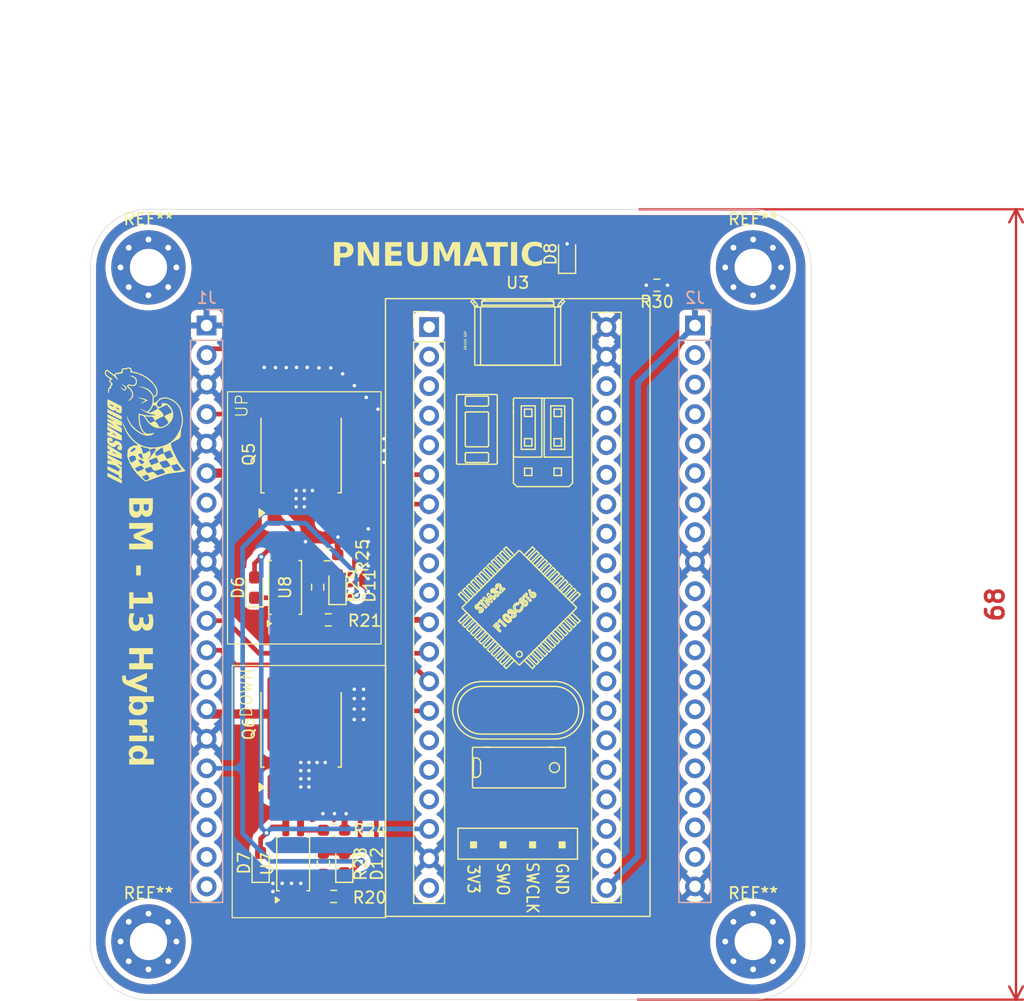
<source format=kicad_pcb>
(kicad_pcb (version 20241229) (generator "pcbnew") (generator_version "9.0")
  (layers (0 "F.Cu" signal) (2 "B.Cu" signal) (13 "F.Paste" user) (15 "B.Paste" user) (5 "F.SilkS" user "F.Silkscreen") (7 "B.SilkS" user "B.Silkscreen") (1 "F.Mask" user) (3 "B.Mask" user) (25 "Edge.Cuts" user))
  (net 0 "")
  (net 1 "Net-(D6-K)")
  (net 2 "+5VA")
  (net 3 "Net-(D7-K)")
  (net 4 "+12V")
  (net 5 "/Pneumatic_UP")
  (net 6 "/Pneumatic_DOWN")
  (net 7 "Net-(D8-A)")
  (net 8 "Net-(Q5-G)")
  (net 9 "GND")
  (net 10 "Net-(Q6-G)")
  (net 11 "/DOWNSHIFT")
  (net 12 "Net-(R20-Pad2)")
  (net 13 "/UPSHIFT")
  (net 14 "Net-(R21-Pad2)")
  (net 21 "/TX")
  (net 33 "/UP")
  (net 34 "+5V")
  (net 42 "/Down")
  (net 43 "/RX")
  (footprint "Resistor_SMD:R_0603_1608Metric_Pad0.98x0.95mm_HandSolder" (layer "F.Cu") (at 134.7235 65.532 180)
    (property "Reference" "R30" (at 0 -1.43 0) (layer "F.SilkS"))
    (property "Value" "1K")
    (pad "1" smd roundrect (at -0.9125 0 180) (size 0.975 0.95) (layers "F.Cu" "F.Mask" "F.Paste") (net 34 "+5V"))
    (pad "2" smd roundrect (at 0.9125 0 180) (size 0.975 0.95) (layers "F.Cu" "F.Mask" "F.Paste") (net 7 "Net-(D8-A)"))
  )
  (footprint "Resistor_SMD:R_0603_1608Metric_Pad0.98x0.95mm_HandSolder" (layer "F.Cu") (at 106.9325 118.125 180)
    (property "Reference" "R20" (at -3.0875 -0.1 0) (layer "F.SilkS"))
    (property "Value" "330")
    (pad "1" smd roundrect (at -0.9125 0 180) (size 0.975 0.95) (layers "F.Cu" "F.Mask" "F.Paste") (net 11 "/DOWNSHIFT"))
    (pad "2" smd roundrect (at 0.9125 0 180) (size 0.975 0.95) (layers "F.Cu" "F.Mask" "F.Paste") (net 12 "Net-(R20-Pad2)"))
  )
  (footprint "MountingHole:MountingHole_3.2mm_M3_Pad_Via" (layer "F.Cu") (at 143 64)
    (property "Reference" "REF**" (at 0 -4.15 0) (layer "F.SilkS"))
    (property "Value" "MountingHole_3.2mm_M3_Pad_Via")
    (pad "1" thru_hole circle (at -2.4 0) (size 0.8 0.8) (drill 0.5) (layers "*.Cu" "*.Mask"))
    (pad "1" thru_hole circle (at -1.697056 -1.697056) (size 0.8 0.8) (drill 0.5) (layers "*.Cu" "*.Mask"))
    (pad "1" thru_hole circle (at -1.697056 1.697056) (size 0.8 0.8) (drill 0.5) (layers "*.Cu" "*.Mask"))
    (pad "1" thru_hole circle (at 0 -2.4) (size 0.8 0.8) (drill 0.5) (layers "*.Cu" "*.Mask"))
    (pad "1" thru_hole circle (at 0 0) (size 6.4 6.4) (drill 3.2) (layers "*.Cu" "*.Mask"))
    (pad "1" thru_hole circle (at 0 2.4) (size 0.8 0.8) (drill 0.5) (layers "*.Cu" "*.Mask"))
    (pad "1" thru_hole circle (at 1.697056 -1.697056) (size 0.8 0.8) (drill 0.5) (layers "*.Cu" "*.Mask"))
    (pad "1" thru_hole circle (at 1.697056 1.697056) (size 0.8 0.8) (drill 0.5) (layers "*.Cu" "*.Mask"))
    (pad "1" thru_hole circle (at 2.4 0) (size 0.8 0.8) (drill 0.5) (layers "*.Cu" "*.Mask"))
  )
  (footprint "MountingHole:MountingHole_3.2mm_M3_Pad_Via" (layer "F.Cu") (at 143 122)
    (property "Reference" "REF**" (at 0 -4.15 0) (layer "F.SilkS"))
    (property "Value" "MountingHole_3.2mm_M3_Pad_Via")
    (pad "1" thru_hole circle (at -2.4 0) (size 0.8 0.8) (drill 0.5) (layers "*.Cu" "*.Mask"))
    (pad "1" thru_hole circle (at -1.697056 -1.697056) (size 0.8 0.8) (drill 0.5) (layers "*.Cu" "*.Mask"))
    (pad "1" thru_hole circle (at -1.697056 1.697056) (size 0.8 0.8) (drill 0.5) (layers "*.Cu" "*.Mask"))
    (pad "1" thru_hole circle (at 0 -2.4) (size 0.8 0.8) (drill 0.5) (layers "*.Cu" "*.Mask"))
    (pad "1" thru_hole circle (at 0 0) (size 6.4 6.4) (drill 3.2) (layers "*.Cu" "*.Mask"))
    (pad "1" thru_hole circle (at 0 2.4) (size 0.8 0.8) (drill 0.5) (layers "*.Cu" "*.Mask"))
    (pad "1" thru_hole circle (at 1.697056 -1.697056) (size 0.8 0.8) (drill 0.5) (layers "*.Cu" "*.Mask"))
    (pad "1" thru_hole circle (at 1.697056 1.697056) (size 0.8 0.8) (drill 0.5) (layers "*.Cu" "*.Mask"))
    (pad "1" thru_hole circle (at 2.4 0) (size 0.8 0.8) (drill 0.5) (layers "*.Cu" "*.Mask"))
  )
  (footprint "STM32:YAAJ_BluePill_1" (layer "F.Cu") (at 115.1375 69.1325)
    (property "Reference" "U3" (at 7.62 -3.81 0) (layer "F.SilkS"))
    (property "Value" "YAAJ_BluePill_SWD_Breakout" (hide yes))
    (fp_text user "SWCLK" (at 8.89 48.26 270) (layer "F.SilkS") (effects (font (size 1 0.9))))
    (fp_text user "GND" (at 11.43 47.498 270) (layer "F.SilkS") (effects (font (size 1 0.9))))
    (fp_text user "SWO" (at 6.35 47.498 270) (layer "F.SilkS") (effects (font (size 1 0.9))))
    (fp_text user "3V3" (at 3.81 47.498 270) (layer "F.SilkS") (effects (font (size 1 0.9))))
    (pad "1" thru_hole rect (at 0 0) (size 1.7 1.7) (drill 1) (layers "*.Cu" "*.Mask"))
    (pad "2" thru_hole circle (at 0 2.54) (size 1.7 1.7) (drill 1) (layers "*.Cu" "*.Mask"))
    (pad "3" thru_hole circle (at 0 5.08) (size 1.7 1.7) (drill 1) (layers "*.Cu" "*.Mask"))
    (pad "4" thru_hole circle (at 0 7.62) (size 1.7 1.7) (drill 1) (layers "*.Cu" "*.Mask"))
    (pad "5" thru_hole circle (at 0 10.16) (size 1.7 1.7) (drill 1) (layers "*.Cu" "*.Mask"))
    (pad "6" thru_hole circle (at 0 12.7) (size 1.7 1.7) (drill 1) (layers "*.Cu" "*.Mask") (net 21 "/TX"))
    (pad "7" thru_hole circle (at 0 15.24) (size 1.7 1.7) (drill 1) (layers "*.Cu" "*.Mask") (net 43 "/RX"))
    (pad "8" thru_hole circle (at 0 17.78) (size 1.7 1.7) (drill 1) (layers "*.Cu" "*.Mask"))
    (pad "9" thru_hole circle (at 0 20.32) (size 1.7 1.7) (drill 1) (layers "*.Cu" "*.Mask"))
    (pad "10" thru_hole circle (at 0 22.86) (size 1.7 1.7) (drill 1) (layers "*.Cu" "*.Mask"))
    (pad "11" thru_hole circle (at 0 25.4) (size 1.7 1.7) (drill 1) (layers "*.Cu" "*.Mask") (net 13 "/UPSHIFT"))
    (pad "12" thru_hole circle (at 0 27.94) (size 1.7 1.7) (drill 1) (layers "*.Cu" "*.Mask") (net 33 "/UP"))
    (pad "13" thru_hole circle (at 0 30.48) (size 1.7 1.7) (drill 1) (layers "*.Cu" "*.Mask") (net 42 "/Down"))
    (pad "14" thru_hole circle (at 0 33.02) (size 1.7 1.7) (drill 1) (layers "*.Cu" "*.Mask") (net 11 "/DOWNSHIFT"))
    (pad "15" thru_hole circle (at 0 35.56) (size 1.7 1.7) (drill 1) (layers "*.Cu" "*.Mask"))
    (pad "16" thru_hole circle (at 0 38.1) (size 1.7 1.7) (drill 1) (layers "*.Cu" "*.Mask"))
    (pad "17" thru_hole circle (at 0 40.64) (size 1.7 1.7) (drill 1) (layers "*.Cu" "*.Mask"))
    (pad "18" thru_hole circle (at 0 43.18) (size 1.7 1.7) (drill 1) (layers "*.Cu" "*.Mask") (net 2 "+5VA"))
    (pad "19" thru_hole circle (at 0 45.72) (size 1.7 1.7) (drill 1) (layers "*.Cu" "*.Mask") (net 9 "GND"))
    (pad "20" thru_hole circle (at 0 48.26) (size 1.7 1.7) (drill 1) (layers "*.Cu" "*.Mask"))
    (pad "21" thru_hole circle (at 15.24 48.26) (size 1.7 1.7) (drill 1) (layers "*.Cu" "*.Mask") (net 34 "+5V"))
    (pad "22" thru_hole circle (at 15.24 45.72) (size 1.7 1.7) (drill 1) (layers "*.Cu" "*.Mask"))
    (pad "23" thru_hole circle (at 15.24 43.18) (size 1.7 1.7) (drill 1) (layers "*.Cu" "*.Mask"))
    (pad "24" thru_hole circle (at 15.24 40.64) (size 1.7 1.7) (drill 1) (layers "*.Cu" "*.Mask"))
    (pad "25" thru_hole circle (at 15.24 38.1) (size 1.7 1.7) (drill 1) (layers "*.Cu" "*.Mask"))
    (pad "26" thru_hole circle (at 15.24 35.56) (size 1.7 1.7) (drill 1) (layers "*.Cu" "*.Mask"))
    (pad "27" thru_hole circle (at 15.24 33.02) (size 1.7 1.7) (drill 1) (layers "*.Cu" "*.Mask"))
    (pad "28" thru_hole circle (at 15.24 30.48) (size 1.7 1.7) (drill 1) (layers "*.Cu" "*.Mask"))
    (pad "29" thru_hole circle (at 15.24 27.94) (size 1.7 1.7) (drill 1) (layers "*.Cu" "*.Mask"))
    (pad "30" thru_hole circle (at 15.24 25.4) (size 1.7 1.7) (drill 1) (layers "*.Cu" "*.Mask"))
    (pad "31" thru_hole circle (at 15.24 22.86) (size 1.7 1.7) (drill 1) (layers "*.Cu" "*.Mask"))
    (pad "32" thru_hole circle (at 15.24 20.32) (size 1.7 1.7) (drill 1) (layers "*.Cu" "*.Mask"))
    (pad "33" thru_hole circle (at 15.24 17.78) (size 1.7 1.7) (drill 1) (layers "*.Cu" "*.Mask"))
    (pad "34" thru_hole circle (at 15.24 15.24) (size 1.7 1.7) (drill 1) (layers "*.Cu" "*.Mask"))
    (pad "35" thru_hole circle (at 15.24 12.7) (size 1.7 1.7) (drill 1) (layers "*.Cu" "*.Mask"))
    (pad "36" thru_hole circle (at 15.24 10.16) (size 1.7 1.7) (drill 1) (layers "*.Cu" "*.Mask"))
    (pad "37" thru_hole circle (at 15.24 7.62) (size 1.7 1.7) (drill 1) (layers "*.Cu" "*.Mask"))
    (pad "38" thru_hole circle (at 15.24 5.08) (size 1.7 1.7) (drill 1) (layers "*.Cu" "*.Mask"))
    (pad "39" thru_hole circle (at 15.24 2.54) (size 1.7 1.7) (drill 1) (layers "*.Cu" "*.Mask") (net 9 "GND"))
    (pad "40" thru_hole circle (at 15.24 0) (size 1.7 1.7) (drill 1) (layers "*.Cu" "*.Mask") (net 9 "GND"))
  )
  (footprint "Package_SO:SOP-4_4.4x2.6mm_P1.27mm" (layer "F.Cu") (at 103.445 115.325 90)
    (property "Reference" "U7" (at 0 -2.25 90) (layer "F.SilkS"))
    (property "Value" "TCMT1103")
    (pad "1" smd roundrect (at -3.1875 -0.635 90) (size 1.625 0.6) (layers "F.Cu" "F.Mask" "F.Paste") (net 12 "Net-(R20-Pad2)"))
    (pad "2" smd roundrect (at -3.1875 0.635 90) (size 1.625 0.6) (layers "F.Cu" "F.Mask" "F.Paste") (net 9 "GND"))
    (pad "3" smd roundrect (at 3.1875 0.635 90) (size 1.625 0.6) (layers "F.Cu" "F.Mask" "F.Paste") (net 10 "Net-(Q6-G)"))
    (pad "4" smd roundrect (at 3.1875 -0.635 90) (size 1.625 0.6) (layers "F.Cu" "F.Mask" "F.Paste") (net 2 "+5VA"))
  )
  (footprint "Package_TO_SOT_SMD:TO-252-2" (layer "F.Cu") (at 104.125 80.085 90)
    (property "Reference" "Q5" (at 0 -4.5 90) (layer "F.SilkS"))
    (property "Value" "DMTH6004SK3")
    (pad "1" smd roundrect (at -5.04 -2.28 90) (size 2.2 1.2) (layers "F.Cu" "F.Mask" "F.Paste") (roundrect_rratio 0.208333) (net 8 "Net-(Q5-G)"))
    (pad "2" smd roundrect (at 1.26 0 90) (size 6.4 5.8) (layers "F.Cu" "F.Mask") (roundrect_rratio 0.043103) (net 5 "/Pneumatic_UP"))
    (pad "3" smd roundrect (at -5.04 2.28 90) (size 2.2 1.2) (layers "F.Cu" "F.Mask" "F.Paste") (roundrect_rratio 0.208333) (net 9 "GND"))
  )
  (footprint "Bimasakti:aaaaaaaa" (layer "F.Cu") (at 90.7 77.6 -90)
    (property "Reference" "G***" (hide yes))
    (property "Value" "LOGO" (hide yes))
  )
  (footprint "Diode_SMD:D_0603_1608Metric_Pad1.05x0.95mm_HandSolder" (layer "F.Cu") (at 107.845 115.25 90)
    (property "Reference" "D12" (at -0.075 2.8 90) (layer "F.SilkS"))
    (property "Value" "D")
    (pad "1" smd roundrect (at -0.875 0 90) (size 1.05 0.95) (layers "F.Cu" "F.Mask" "F.Paste") (net 4 "+12V"))
    (pad "2" smd roundrect (at 0.875 0 90) (size 1.05 0.95) (layers "F.Cu" "F.Mask" "F.Paste") (net 6 "/Pneumatic_DOWN"))
  )
  (footprint "Diode_SMD:D_0603_1608Metric_Pad1.05x0.95mm_HandSolder" (layer "F.Cu") (at 107.2525 91.35 90)
    (property "Reference" "D11" (at -0.05 2.7475 90) (layer "F.SilkS"))
    (property "Value" "D")
    (pad "1" smd roundrect (at -0.875 0 90) (size 1.05 0.95) (layers "F.Cu" "F.Mask" "F.Paste") (net 4 "+12V"))
    (pad "2" smd roundrect (at 0.875 0 90) (size 1.05 0.95) (layers "F.Cu" "F.Mask" "F.Paste") (net 5 "/Pneumatic_UP"))
  )
  (footprint "MountingHole:MountingHole_3.2mm_M3_Pad_Via" (layer "F.Cu") (at 91 122)
    (property "Reference" "REF**" (at 0 -4.15 0) (layer "F.SilkS"))
    (property "Value" "MountingHole_3.2mm_M3_Pad_Via")
    (pad "1" thru_hole circle (at -2.4 0) (size 0.8 0.8) (drill 0.5) (layers "*.Cu" "*.Mask"))
    (pad "1" thru_hole circle (at -1.697056 -1.697056) (size 0.8 0.8) (drill 0.5) (layers "*.Cu" "*.Mask"))
    (pad "1" thru_hole circle (at -1.697056 1.697056) (size 0.8 0.8) (drill 0.5) (layers "*.Cu" "*.Mask"))
    (pad "1" thru_hole circle (at 0 -2.4) (size 0.8 0.8) (drill 0.5) (layers "*.Cu" "*.Mask"))
    (pad "1" thru_hole circle (at 0 0) (size 6.4 6.4) (drill 3.2) (layers "*.Cu" "*.Mask"))
    (pad "1" thru_hole circle (at 0 2.4) (size 0.8 0.8) (drill 0.5) (layers "*.Cu" "*.Mask"))
    (pad "1" thru_hole circle (at 1.697056 -1.697056) (size 0.8 0.8) (drill 0.5) (layers "*.Cu" "*.Mask"))
    (pad "1" thru_hole circle (at 1.697056 1.697056) (size 0.8 0.8) (drill 0.5) (layers "*.Cu" "*.Mask"))
    (pad "1" thru_hole circle (at 2.4 0) (size 0.8 0.8) (drill 0.5) (layers "*.Cu" "*.Mask"))
  )
  (footprint "Resistor_SMD:R_0603_1608Metric_Pad0.98x0.95mm_HandSolder" (layer "F.Cu") (at 106.045 115.3125 90)
    (property "Reference" "R28" (at -0.0125 3.2 90) (layer "F.SilkS"))
    (property "Value" "1K")
    (pad "1" smd roundrect (at -0.9125 0 90) (size 0.975 0.95) (layers "F.Cu" "F.Mask" "F.Paste") (net 3 "Net-(D7-K)"))
    (pad "2" smd roundrect (at 0.9125 0 90) (size 0.975 0.95) (layers "F.Cu" "F.Mask" "F.Paste") (net 6 "/Pneumatic_DOWN"))
  )
  (footprint "Package_TO_SOT_SMD:TO-252-2" (layer "F.Cu") (at 104.125 103.685 90)
    (property "Reference" "Q6" (at 0 -4.5 90) (layer "F.SilkS"))
    (property "Value" "DMTH6004SK3")
    (pad "1" smd roundrect (at -5.04 -2.28 90) (size 2.2 1.2) (layers "F.Cu" "F.Mask" "F.Paste") (roundrect_rratio 0.208333) (net 10 "Net-(Q6-G)"))
    (pad "2" smd roundrect (at 1.26 0 90) (size 6.4 5.8) (layers "F.Cu" "F.Mask") (roundrect_rratio 0.043103) (net 6 "/Pneumatic_DOWN"))
    (pad "3" smd roundrect (at -5.04 2.28 90) (size 2.2 1.2) (layers "F.Cu" "F.Mask" "F.Paste") (roundrect_rratio 0.208333) (net 9 "GND"))
  )
  (footprint "LED_SMD:LED_0603_1608Metric_Pad1.05x0.95mm_HandSolder" (layer "F.Cu") (at 100.645 115.25 90)
    (property "Reference" "D7" (at 0 -1.43 90) (layer "F.SilkS"))
    (property "Value" "LED")
    (pad "1" smd roundrect (at -0.875 0 90) (size 1.05 0.95) (layers "F.Cu" "F.Mask" "F.Paste") (net 3 "Net-(D7-K)"))
    (pad "2" smd roundrect (at 0.875 0 90) (size 1.05 0.95) (layers "F.Cu" "F.Mask" "F.Paste") (net 2 "+5VA"))
  )
  (footprint "Resistor_SMD:R_0603_1608Metric_Pad0.98x0.95mm_HandSolder" (layer "F.Cu") (at 106.365 88.725 180)
    (property "Reference" "R25" (at -3.035 -0.075 90) (layer "F.SilkS"))
    (property "Value" "10K")
    (pad "1" smd roundrect (at -0.9125 0 180) (size 0.975 0.95) (layers "F.Cu" "F.Mask" "F.Paste") (net 9 "GND"))
    (pad "2" smd roundrect (at 0.9125 0 180) (size 0.975 0.95) (layers "F.Cu" "F.Mask" "F.Paste") (net 8 "Net-(Q5-G)"))
  )
  (footprint "Package_SO:SOP-4_4.4x2.6mm_P1.27mm" (layer "F.Cu") (at 102.7525 91.5375 90)
    (property "Reference" "U8" (at 0 0 90) (layer "F.SilkS"))
    (property "Value" "TCMT1103")
    (pad "1" smd roundrect (at -3.1875 -0.635 90) (size 1.625 0.6) (layers "F.Cu" "F.Mask" "F.Paste") (net 14 "Net-(R21-Pad2)"))
    (pad "2" smd roundrect (at -3.1875 0.635 90) (size 1.625 0.6) (layers "F.Cu" "F.Mask" "F.Paste") (net 9 "GND"))
    (pad "3" smd roundrect (at 3.1875 0.635 90) (size 1.625 0.6) (layers "F.Cu" "F.Mask" "F.Paste") (net 8 "Net-(Q5-G)"))
    (pad "4" smd roundrect (at 3.1875 -0.635 90) (size 1.625 0.6) (layers "F.Cu" "F.Mask" "F.Paste") (net 2 "+5VA"))
  )
  (footprint "Resistor_SMD:R_0603_1608Metric_Pad0.98x0.95mm_HandSolder" (layer "F.Cu") (at 105.5525 91.5125 90)
    (property "Reference" "R29" (at 0.1125 3.0475 90) (layer "F.SilkS"))
    (property "Value" "1K")
    (pad "1" smd roundrect (at -0.9125 0 90) (size 0.975 0.95) (layers "F.Cu" "F.Mask" "F.Paste") (net 1 "Net-(D6-K)"))
    (pad "2" smd roundrect (at 0.9125 0 90) (size 0.975 0.95) (layers "F.Cu" "F.Mask" "F.Paste") (net 5 "/Pneumatic_UP"))
  )
  (footprint "Resistor_SMD:R_0603_1608Metric_Pad0.98x0.95mm_HandSolder" (layer "F.Cu") (at 106.9575 112.425 180)
    (property "Reference" "R24" (at -3.0875 0 0) (layer "F.SilkS"))
    (property "Value" "10K")
    (pad "1" smd roundrect (at -0.9125 0 180) (size 0.975 0.95) (layers "F.Cu" "F.Mask" "F.Paste") (net 9 "GND"))
    (pad "2" smd roundrect (at 0.9125 0 180) (size 0.975 0.95) (layers "F.Cu" "F.Mask" "F.Paste") (net 10 "Net-(Q6-G)"))
  )
  (footprint "Resistor_SMD:R_0603_1608Metric_Pad0.98x0.95mm_HandSolder" (layer "F.Cu") (at 106.465 94.325 180)
    (property "Reference" "R21" (at -3.135 -0.075 0) (layer "F.SilkS"))
    (property "Value" "330")
    (pad "1" smd roundrect (at -0.9125 0 180) (size 0.975 0.95) (layers "F.Cu" "F.Mask" "F.Paste") (net 13 "/UPSHIFT"))
    (pad "2" smd roundrect (at 0.9125 0 180) (size 0.975 0.95) (layers "F.Cu" "F.Mask" "F.Paste") (net 14 "Net-(R21-Pad2)"))
  )
  (footprint "LED_SMD:LED_0603_1608Metric_Pad1.05x0.95mm_HandSolder" (layer "F.Cu") (at 100.125 91.55 90)
    (property "Reference" "D6" (at 0 -1.43 90) (layer "F.SilkS"))
    (property "Value" "LED")
    (pad "1" smd roundrect (at -0.875 0 90) (size 1.05 0.95) (layers "F.Cu" "F.Mask" "F.Paste") (net 1 "Net-(D6-K)"))
    (pad "2" smd roundrect (at 0.875 0 90) (size 1.05 0.95) (layers "F.Cu" "F.Mask" "F.Paste") (net 2 "+5VA"))
  )
  (footprint "LED_SMD:LED_0603_1608Metric_Pad1.05x0.95mm_HandSolder" (layer "F.Cu") (at 127 62.851 90)
    (property "Reference" "D8" (at 0 -1.43 90) (layer "F.SilkS"))
    (property "Value" "LED" (hide yes))
    (pad "1" smd roundrect (at -0.875 0 90) (size 1.05 0.95) (layers "F.Cu" "F.Mask" "F.Paste") (net 9 "GND"))
    (pad "2" smd roundrect (at 0.875 0 90) (size 1.05 0.95) (layers "F.Cu" "F.Mask" "F.Paste") (net 7 "Net-(D8-A)"))
  )
  (footprint "MountingHole:MountingHole_3.2mm_M3_Pad_Via" (layer "F.Cu") (at 91 64)
    (property "Reference" "REF**" (at 0 -4.15 0) (layer "F.SilkS"))
    (property "Value" "MountingHole_3.2mm_M3_Pad_Via")
    (pad "1" thru_hole circle (at -2.4 0) (size 0.8 0.8) (drill 0.5) (layers "*.Cu" "*.Mask"))
    (pad "1" thru_hole circle (at -1.697056 -1.697056) (size 0.8 0.8) (drill 0.5) (layers "*.Cu" "*.Mask"))
    (pad "1" thru_hole circle (at -1.697056 1.697056) (size 0.8 0.8) (drill 0.5) (layers "*.Cu" "*.Mask"))
    (pad "1" thru_hole circle (at 0 -2.4) (size 0.8 0.8) (drill 0.5) (layers "*.Cu" "*.Mask"))
    (pad "1" thru_hole circle (at 0 0) (size 6.4 6.4) (drill 3.2) (layers "*.Cu" "*.Mask"))
    (pad "1" thru_hole circle (at 0 2.4) (size 0.8 0.8) (drill 0.5) (layers "*.Cu" "*.Mask"))
    (pad "1" thru_hole circle (at 1.697056 -1.697056) (size 0.8 0.8) (drill 0.5) (layers "*.Cu" "*.Mask"))
    (pad "1" thru_hole circle (at 1.697056 1.697056) (size 0.8 0.8) (drill 0.5) (layers "*.Cu" "*.Mask"))
    (pad "1" thru_hole circle (at 2.4 0) (size 0.8 0.8) (drill 0.5) (layers "*.Cu" "*.Mask"))
  )
  (footprint "Connector_PinHeader_2.54mm:PinHeader_1x20_P2.54mm_Vertical" (layer "B.Cu") (at 138 69 180)
    (property "Reference" "J2" (at 0 2.38 0) (layer "B.SilkS") (effects (justify mirror)))
    (property "Value" "Conn_01x20_Pin")
    (pad "1" thru_hole rect (at 0 0 180) (size 1.7 1.7) (drill 1) (layers "*.Cu" "*.Mask") (net 34 "+5V"))
    (pad "2" thru_hole circle (at 0 -2.54 180) (size 1.7 1.7) (drill 1) (layers "*.Cu" "*.Mask") (net 9 "GND"))
    (pad "3" thru_hole circle (at 0 -5.08 180) (size 1.7 1.7) (drill 1) (layers "*.Cu" "*.Mask") (net 9 "GND"))
    (pad "4" thru_hole circle (at 0 -7.62 180) (size 1.7 1.7) (drill 1) (layers "*.Cu" "*.Mask") (net 9 "GND"))
    (pad "5" thru_hole circle (at 0 -10.16 180) (size 1.7 1.7) (drill 1) (layers "*.Cu" "*.Mask") (net 9 "GND"))
    (pad "6" thru_hole circle (at 0 -12.7 180) (size 1.7 1.7) (drill 1) (layers "*.Cu" "*.Mask") (net 9 "GND"))
    (pad "7" thru_hole circle (at 0 -15.24 180) (size 1.7 1.7) (drill 1) (layers "*.Cu" "*.Mask") (net 9 "GND"))
    (pad "8" thru_hole circle (at 0 -17.78 180) (size 1.7 1.7) (drill 1) (layers "*.Cu" "*.Mask") (net 9 "GND"))
    (pad "9" thru_hole circle (at 0 -20.32 180) (size 1.7 1.7) (drill 1) (layers "*.Cu" "*.Mask") (net 9 "GND"))
    (pad "10" thru_hole circle (at 0 -22.86 180) (size 1.7 1.7) (drill 1) (layers "*.Cu" "*.Mask") (net 9 "GND"))
    (pad "11" thru_hole circle (at 0 -25.4 180) (size 1.7 1.7) (drill 1) (layers "*.Cu" "*.Mask") (net 9 "GND"))
    (pad "12" thru_hole circle (at 0 -27.94 180) (size 1.7 1.7) (drill 1) (layers "*.Cu" "*.Mask") (net 9 "GND"))
    (pad "13" thru_hole circle (at 0 -30.48 180) (size 1.7 1.7) (drill 1) (layers "*.Cu" "*.Mask") (net 9 "GND"))
    (pad "14" thru_hole circle (at 0 -33.02 180) (size 1.7 1.7) (drill 1) (layers "*.Cu" "*.Mask") (net 9 "GND"))
    (pad "15" thru_hole circle (at 0 -35.56 180) (size 1.7 1.7) (drill 1) (layers "*.Cu" "*.Mask") (net 9 "GND"))
    (pad "16" thru_hole circle (at 0 -38.1 180) (size 1.7 1.7) (drill 1) (layers "*.Cu" "*.Mask") (net 9 "GND"))
    (pad "17" thru_hole circle (at 0 -40.64 180) (size 1.7 1.7) (drill 1) (layers "*.Cu" "*.Mask") (net 9 "GND"))
    (pad "18" thru_hole circle (at 0 -43.18 180) (size 1.7 1.7) (drill 1) (layers "*.Cu" "*.Mask") (net 9 "GND"))
    (pad "19" thru_hole circle (at 0 -45.72 180) (size 1.7 1.7) (drill 1) (layers "*.Cu" "*.Mask") (net 9 "GND"))
    (pad "20" thru_hole circle (at 0 -48.26 180) (size 1.7 1.7) (drill 1) (layers "*.Cu" "*.Mask") (net 9 "GND"))
  )
  (footprint "Connector_PinHeader_2.54mm:PinHeader_1x20_P2.54mm_Vertical" (layer "B.Cu") (at 96 69 180)
    (property "Reference" "J1" (at 0 2.38 0) (layer "B.SilkS") (effects (justify mirror)))
    (property "Value" "Conn_01x20_Pin")
    (pad "1" thru_hole rect (at 0 0 180) (size 1.7 1.7) (drill 1) (layers "*.Cu" "*.Mask") (net 9 "GND"))
    (pad "2" thru_hole circle (at 0 -2.54 180) (size 1.7 1.7) (drill 1) (layers "*.Cu" "*.Mask") (net 21 "/TX"))
    (pad "3" thru_hole circle (at 0 -5.08 180) (size 1.7 1.7) (drill 1) (layers "*.Cu" "*.Mask") (net 9 "GND"))
    (pad "4" thru_hole circle (at 0 -7.62 180) (size 1.7 1.7) (drill 1) (layers "*.Cu" "*.Mask") (net 43 "/RX"))
    (pad "5" thru_hole circle (at 0 -10.16 180) (size 1.7 1.7) (drill 1) (layers "*.Cu" "*.Mask") (net 9 "GND"))
    (pad "6" thru_hole circle (at 0 -12.7 180) (size 1.7 1.7) (drill 1) (layers "*.Cu" "*.Mask") (net 5 "/Pneumatic_UP"))
    (pad "7" thru_hole circle (at 0 -15.24 180) (size 1.7 1.7) (drill 1) (layers "*.Cu" "*.Mask") (net 9 "GND"))
    (pad "8" thru_hole circle (at 0 -17.78 180) (size 1.7 1.7) (drill 1) (layers "*.Cu" "*.Mask") (net 9 "GND"))
    (pad "9" thru_hole circle (at 0 -20.32 180) (size 1.7 1.7) (drill 1) (layers "*.Cu" "*.Mask") (net 9 "GND"))
    (pad "10" thru_hole circle (at 0 -22.86 180) (size 1.7 1.7) (drill 1) (layers "*.Cu" "*.Mask") (net 9 "GND"))
    (pad "11" thru_hole circle (at 0 -25.4 180) (size 1.7 1.7) (drill 1) (layers "*.Cu" "*.Mask") (net 33 "/UP"))
    (pad "12" thru_hole circle (at 0 -27.94 180) (size 1.7 1.7) (drill 1) (layers "*.Cu" "*.Mask") (net 42 "/Down"))
    (pad "13" thru_hole circle (at 0 -30.48 180) (size 1.7 1.7) (drill 1) (layers "*.Cu" "*.Mask") (net 9 "GND"))
    (pad "14" thru_hole circle (at 0 -33.02 180) (size 1.7 1.7) (drill 1) (layers "*.Cu" "*.Mask") (net 6 "/Pneumatic_DOWN"))
    (pad "15" thru_hole circle (at 0 -35.56 180) (size 1.7 1.7) (drill 1) (layers "*.Cu" "*.Mask") (net 9 "GND"))
    (pad "16" thru_hole circle (at 0 -38.1 180) (size 1.7 1.7) (drill 1) (layers "*.Cu" "*.Mask") (net 4 "+12V"))
    (pad "17" thru_hole circle (at 0 -40.64 180) (size 1.7 1.7) (drill 1) (layers "*.Cu" "*.Mask") (net 9 "GND"))
    (pad "18" thru_hole circle (at 0 -43.18 180) (size 1.7 1.7) (drill 1) (layers "*.Cu" "*.Mask") (net 9 "GND"))
    (pad "19" thru_hole circle (at 0 -45.72 180) (size 1.7 1.7) (drill 1) (layers "*.Cu" "*.Mask") (net 9 "GND"))
    (pad "20" thru_hole circle (at 0 -48.26 180) (size 1.7 1.7) (drill 1) (layers "*.Cu" "*.Mask") (net 9 "GND"))
  )
  (gr_rect (start 97.8 74.7) (end 111 96.4) (stroke (width 0.1)) (fill no) (layer "F.SilkS"))
  (gr_rect (start 98.2 98.25) (end 111.4 119.95) (stroke (width 0.1)) (fill no) (layer "F.SilkS"))
  (gr_line (start 91 127) (end 143 127) (stroke (width 0.05)) (layer "Edge.Cuts"))
  (gr_line (start 86 64) (end 86 122) (stroke (width 0.05)) (layer "Edge.Cuts"))
  (gr_arc (start 143 59) (mid 146.535534 60.464466) (end 148 64) (stroke (width 0.05)) (layer "Edge.Cuts"))
  (gr_arc (start 86 64) (mid 87.464466 60.464466) (end 91 59) (stroke (width 0.05)) (layer "Edge.Cuts"))
  (gr_arc (start 91 127) (mid 87.464466 125.535534) (end 86 122) (stroke (width 0.05)) (layer "Edge.Cuts"))
  (gr_line (start 143 59) (end 91 59) (stroke (width 0.05)) (layer "Edge.Cuts"))
  (gr_arc (start 148 122) (mid 146.535534 125.535534) (end 143 127) (stroke (width 0.05)) (layer "Edge.Cuts"))
  (gr_line (start 148 64) (end 148 122) (stroke (width 0.05)) (layer "Edge.Cuts"))
  (gr_text "DOWN" (at 100 102.8 90) (layer "F.SilkS") (effects (font (size 1 1) (thickness 0.1)) (justify left bottom)))
  (gr_text "UP" (at 99.6 77 90) (layer "F.SilkS") (effects (font (size 1 1) (thickness 0.1)) (justify left bottom)))
  (gr_text "PNEUMATIC" (at 106.7 64.2 0) (layer "F.SilkS") (effects (font (size 2 2) (thickness 0.4) (bold yes) (italic yes)) (justify left bottom)))
  (gr_text "BM - 13 Hybrid" (at 89 83.6 270) (layer "F.SilkS") (effects (font (size 2 2) (thickness 0.4) (bold yes) (italic yes)) (justify left bottom)))
  (gr_text "ARJUN GAY" (at 118.364 71.12 90) (layer "F.SilkS") (effects (font (size 0.2 0.2) (thickness 0.04) (bold yes)) (justify left bottom)))
  (dimension (type orthogonal) (layer "F.Cu") (pts (xy 132.588 127) (xy 132.718759 59)) (height 33.02) (orientation 1) (format (prefix "") (suffix "") (units 3) (units_format 0) (precision 4) (suppress_zeroes yes)) (style (thickness 0.2) (arrow_length 1.27) (text_position_mode 0) (arrow_direction outward) (extension_height 0.58642) (extension_offset 0.5) (keep_text_aligned yes)) (gr_text "68" (at 163.808 93 90) (layer "F.Cu") (effects (font (size 1.5 1.5) (thickness 0.3)))))
  (segment (start 105.5525 92.425) (end 100.125 92.425) (width 0.4) (layer "F.Cu") (net 1))
  (segment (start 100.7 88.9) (end 100.125 89.475) (width 0.4) (layer "F.Cu") (net 2))
  (segment (start 100.7 88.9) (end 101.25 88.35) (width 0.4) (layer "F.Cu") (net 2))
  (segment (start 100.645 114.375) (end 100.645 113.155) (width 0.4) (layer "F.Cu") (net 2))
  (segment (start 100.645 113.155) (end 101.15 112.65) (width 0.4) (layer "F.Cu") (net 2))
  (segment (start 100.125 89.475) (end 100.125 90.675) (width 0.4) (layer "F.Cu") (net 2))
  (segment (start 101.25 88.35) (end 102.1175 88.35) (width 0.4) (layer "F.Cu") (net 2))
  (segment (start 101.15 112.65) (end 101.6625 112.1375) (width 0.4) (layer "F.Cu") (net 2))
  (segment (start 101.6625 112.1375) (end 102.81 112.1375) (width 0.4) (layer "F.Cu") (net 2))
  (via (at 100.7 88.9) (size 0.6) (drill 0.3) (layers "F.Cu" "B.Cu") (net 2))
  (via (at 101.15 112.65) (size 0.6) (drill 0.3) (layers "F.Cu" "B.Cu") (net 2))
  (segment (start 100.7 112.2) (end 101.15 112.65) (width 0.4) (layer "B.Cu") (net 2))
  (segment (start 101.4875 112.3125) (end 101.15 112.65) (width 0.4) (layer "B.Cu") (net 2))
  (segment (start 100.7 88.9) (end 100.7 112.2) (width 0.4) (layer "B.Cu") (net 2))
  (segment (start 115.1375 112.3125) (end 101.4875 112.3125) (width 0.4) (layer "B.Cu") (net 2))
  (segment (start 105.945 116.125) (end 106.045 116.225) (width 0.4) (layer "F.Cu") (net 3))
  (segment (start 100.645 116.125) (end 105.945 116.125) (width 0.4) (layer "F.Cu") (net 3))
  (segment (start 108.875 92.225) (end 108.9 92.2) (width 0.4) (layer "F.Cu") (net 4))
  (segment (start 108.275 116.125) (end 109.3 115.1) (width 0.4) (layer "F.Cu") (net 4))
  (segment (start 107.845 116.125) (end 108.275 116.125) (width 0.4) (layer "F.Cu") (net 4))
  (segment (start 107.2525 92.225) (end 108.875 92.225) (width 0.4) (layer "F.Cu") (net 4))
  (via (at 109.3 115.1) (size 0.6) (drill 0.3) (layers "F.Cu" "B.Cu") (net 4))
  (via (at 108.9 92.2) (size 0.6) (drill 0.3) (layers "F.Cu" "B.Cu") (net 4))
  (segment (start 99.1 107.5) (end 99.1 112.7) (width 0.4) (layer "B.Cu") (net 4))
  (segment (start 99.1 88.1) (end 101.2 86) (width 0.4) (layer "B.Cu") (net 4))
  (segment (start 99.1 107.1) (end 99.1 106.6) (width 0.4) (layer "B.Cu") (net 4))
  (segment (start 96 107.1) (end 98.6 107.1) (width 0.4) (layer "B.Cu") (net 4))
  (segment (start 98.6 107.1) (end 98.7 107.1) (width 0.4) (layer "B.Cu") (net 4))
  (segment (start 99.1 107.1) (end 99.1 107.5) (width 0.4) (layer "B.Cu") (net 4))
  (segment (start 99.1 106.6) (end 99.1 88.1) (width 0.4) (layer "B.Cu") (net 4))
  (segment (start 98.7 107.1) (end 99.1 107.5) (width 0.4) (layer "B.Cu") (net 4))
  (segment (start 101.5 115.1) (end 109.3 115.1) (width 0.4) (layer "B.Cu") (net 4))
  (segment (start 108.9 90.4) (end 108.9 92.2) (width 0.4) (layer "B.Cu") (net 4))
  (segment (start 98.6 107.1) (end 99.1 106.6) (width 0.4) (layer "B.Cu") (net 4))
  (segment (start 99.1 112.7) (end 101.5 115.1) (width 0.4) (layer "B.Cu") (net 4))
  (segment (start 104.5 86) (end 108.9 90.4) (width 0.4) (layer "B.Cu") (net 4))
  (segment (start 109.1 115.3) (end 109.3 115.1) (width 0.4) (layer "B.Cu") (net 4))
  (segment (start 101.2 86) (end 104.5 86) (width 0.4) (layer "B.Cu") (net 4))
  (segment (start 98.6 107.1) (end 99.1 107.1) (width 0.4) (layer "B.Cu") (net 4))
  (segment (start 104.125 78.825) (end 100.975 78.825) (width 0.8) (layer "F.Cu") (net 5))
  (segment (start 100.975 78.825) (end 98.1 81.7) (width 0.8) (layer "F.Cu") (net 5))
  (segment (start 107.2525 90.475) (end 108.125 90.475) (width 0.4) (layer "F.Cu") (net 5))
  (segment (start 108.712 83.412) (end 104.125 78.825) (width 0.4) (layer "F.Cu") (net 5))
  (segment (start 108.712 89.888) (end 108.712 83.412) (width 0.4) (layer "F.Cu") (net 5))
  (segment (start 98.1 81.7) (end 96 81.7) (width 0.8) (layer "F.Cu") (net 5))
  (segment (start 105.5525 90.6) (end 107.1275 90.6) (width 0.4) (layer "F.Cu") (net 5))
  (segment (start 108.125 90.475) (end 108.712 89.888) (width 0.4) (layer "F.Cu") (net 5))
  (segment (start 107.1275 90.6) (end 107.2525 90.475) (width 0.4) (layer "F.Cu") (net 5))
  (segment (start 104.125 102.425) (end 96.405 102.425) (width 0.8) (layer "F.Cu") (net 6))
  (segment (start 107.845 114.375) (end 108.325 114.375) (width 0.4) (layer "F.Cu") (net 6))
  (segment (start 96.405 102.425) (end 96 102.02) (width 0.8) (layer "F.Cu") (net 6))
  (segment (start 109.2 113.5) (end 109.2 107.5) (width 0.4) (layer "F.Cu") (net 6))
  (segment (start 108.325 114.375) (end 109.2 113.5) (width 0.4) (layer "F.Cu") (net 6))
  (segment (start 107.82 114.4) (end 107.845 114.375) (width 0.4) (layer "F.Cu") (net 6))
  (segment (start 109.2 107.5) (end 104.125 102.425) (width 0.4) (layer "F.Cu") (net 6))
  (segment (start 106.045 114.4) (end 107.82 114.4) (width 0.4) (layer "F.Cu") (net 6))
  (via (at 127 61.976) (size 0.6) (drill 0.3) (layers "F.Cu" "B.Cu") (net 7))
  (via (at 133.811 65.532) (size 0.6) (drill 0.3) (layers "F.Cu" "B.Cu") (net 7))
  (segment (start 133.096 61.976) (end 127 61.976) (width 0.3) (layer "B.Cu") (net 7))
  (segment (start 127 61.976) (end 127 63.5) (width 0.3) (layer "B.Cu") (net 7))
  (segment (start 133.811 65.532) (end 133.811 62.691) (width 0.3) (layer "B.Cu") (net 7))
  (segment (start 133.811 62.691) (end 133.096 61.976) (width 0.3) (layer "B.Cu") (net 7))
  (segment (start 105.4525 88.725) (end 103.7625 88.725) (width 0.4) (layer "F.Cu") (net 8))
  (segment (start 103.3875 86.6675) (end 103.3875 88.35) (width 0.4) (layer "F.Cu") (net 8))
  (segment (start 103.7625 88.725) (end 103.3875 88.35) (width 0.4) (layer "F.Cu") (net 8))
  (segment (start 101.845 85.125) (end 103.3875 86.6675) (width 0.4) (layer "F.Cu") (net 8))
  (segment (start 107.87 112.425) (end 107.87 111.13) (width 0.5) (layer "F.Cu") (net 9))
  (segment (start 107.87 111.13) (end 108 111) (width 0.5) (layer "F.Cu") (net 9))
  (segment (start 96.24 79.4) (end 96 79.16) (width 0.4) (layer "F.Cu") (net 9))
  (segment (start 107.2775 87.2225) (end 107.3 87.2) (width 0.5) (layer "F.Cu") (net 9))
  (segment (start 107.2775 88.725) (end 107.2775 87.2225) (width 0.5) (layer "F.Cu") (net 9))
  (segment (start 104.08 117.02) (end 104.1 117) (width 0.5) (layer "F.Cu") (net 9))
  (segment (start 104.08 118.5125) (end 104.08 117.02) (width 0.5) (layer "F.Cu") (net 9))
  (via (at 109.5 102.9) (size 0.6) (drill 0.3) (layers "F.Cu" "B.Cu") (net 9))
  (via (at 107 111) (size 0.6) (drill 0.3) (layers "F.Cu" "B.Cu") (net 9))
  (via (at 109.5 102) (size 0.6) (drill 0.3) (layers "F.Cu" "B.Cu") (net 9))
  (via (at 105.664 72.644) (size 0.6) (drill 0.3) (layers "F.Cu" "B.Cu") (net 9))
  (via (at 102.847581 72.618292) (size 0.6) (drill 0.3) (layers "F.Cu" "B.Cu") (net 9))
  (via (at 101.927442 72.618292) (size 0.6) (drill 0.3) (layers "F.Cu" "B.Cu") (net 9))
  (via (at 104.4 83.2) (size 0.6) (drill 0.3) (layers "F.Cu" "B.Cu") (net 9))
  (via (at 102.5 117) (size 0.6) (drill 0.3) (layers "F.Cu" "B.Cu") (net 9))
  (via (at 109.89501 89.677348) (size 0.6) (drill 0.3) (layers "F.Cu" "B.Cu") (net 9))
  (via (at 104.1 106.6) (size 0.6) (drill 0.3) (layers "F.Cu" "B.Cu") (net 9))
  (via (at 109.89501 91.877348) (size 0.6) (drill 0.3) (layers "F.Cu" "B.Cu") (net 9))
  (via (at 103.735434 72.602149) (size 0.6) (drill 0.3) (layers "F.Cu" "B.Cu") (net 9))
  (via (at 111.252 78.74) (size 0.6) (drill 0.3) (layers "F.Cu" "B.Cu") (net 9))
  (via (at 109.89501 90.777348) (size 0.6) (drill 0.3) (layers "F.Cu" "B.Cu") (net 9))
  (via (at 104.1 117) (size 0.6) (drill 0.3) (layers "F.Cu" "B.Cu") (net 9))
  (via (at 107.696 73.152) (size 0.6) (drill 0.3) (layers "F.Cu" "B.Cu") (net 9))
  (via (at 104.648 72.6) (size 0.6) (drill 0.3) (layers "F.Cu" "B.Cu") (net 9))
  (via (at 111.252 80.772) (size 0.6) (drill 0.3) (layers "F.Cu" "B.Cu") (net 9))
  (via (at 104.1 107.3) (size 0.6) (drill 0.3) (layers "F.Cu" "B.Cu") (net 9))
  (via (at 111.252 79.756) (size 0.6) (drill 0.3) (layers "F.Cu" "B.Cu") (net 9))
  (via (at 100.958875 72.602149) (size 0.6) (drill 0.3) (layers "F.Cu" "B.Cu") (net 9))
  (via (at 104.1 108) (size 0.6) (drill 0.3) (layers "F.Cu" "B.Cu") (net 9))
  (via (at 104.8 107.3) (size 0.6) (drill 0.3) (layers "F.Cu" "B.Cu") (net 9))
  (via (at 104.5 87.6) (size 0.6) (drill 0.3) (layers "F.Cu" "B.Cu") (net 9))
  (via (at 104.8 108) (size 0.6) (drill 0.3) (layers "F.Cu" "B.Cu") (net 9))
  (via (at 103.7 84.6) (size 0.6) (drill 0.3) (layers "F.Cu" "B.Cu") (net 9))
  (via (at 109.9 87.6) (size 0.6) (drill 0.3) (layers "F.Cu" "B.Cu") (net 9))
  (via (at 104.4 84.6) (size 0.6) (drill 0.3) (layers "F.Cu" "B.Cu") (net 9))
  (via (at 103.3 117) (size 0.6) (drill 0.3) (layers "F.Cu" "B.Cu") (net 9))
  (via (at 106 111) (size 0.6) (drill 0.3) (layers "F.Cu" "B.Cu") (net 9))
  (via (at 104.1 108.7) (size 0.6) (drill 0.3) (layers "F.Cu" "B.Cu") (net 9))
  (via (at 109.5 101.1) (size 0.6) (drill 0.3) (layers "F.Cu" "B.Cu") (net 9))
  (via (at 105.1 83.2) (size 0.6) (drill 0.3) (layers "F.Cu" "B.Cu") (net 9))
  (via (at 109.9 86.5) (size 0.6) (drill 0.3) (layers "F.Cu" "B.Cu") (net 9))
  (via (at 108.7 102.9) (size 0.6) (drill 0.3) (layers "F.Cu" "B.Cu") (net 9))
  (via (at 104.8 106.6) (size 0.6) (drill 0.3) (layers "F.Cu" "B.Cu") (net 9))
  (via (at 106.2 106.6) (size 0.6) (drill 0.3) (layers "F.Cu" "B.Cu") (net 9))
  (via (at 104.8 108.7) (size 0.6) (drill 0.3) (layers "F.Cu" "B.Cu") (net 9))
  (via (at 107.3 87.2) (size 0.6) (drill 0.3) (layers "F.Cu" "B.Cu") (net 9))
  (via (at 104.4 83.9) (size 0.6) (drill 0.3) (layers "F.Cu" "B.Cu") (net 9))
  (via (at 108 111) (size 0.6) (drill 0.3) (layers "F.Cu" "B.Cu") (net 9))
  (via (at 105.5 106.6) (size 0.6) (drill 0.3) (layers "F.Cu" "B.Cu") (net 9))
  (via (at 108.7 102) (size 0.6) (drill 0.3) (layers "F.Cu" "B.Cu") (net 9))
  (via (at 103.7 83.2) (size 0.6) (drill 0.3) (layers "F.Cu" "B.Cu") (net 9))
  (via (at 109.728 75.184) (size 0.6) (drill 0.3) (layers "F.Cu" "B.Cu") (net 9))
  (via (at 101.7 117.7) (size 0.6) (drill 0.3) (layers "F.Cu" "B.Cu") (net 9))
  (via (at 101.7 117) (size 0.6) (drill 0.3) (layers "F.Cu" "B.Cu") (net 9))
  (via (at 108.7 100.3) (size 0.6) (drill 0.3) (layers "F.Cu" "B.Cu") (net 9))
  (via (at 109.9 88.7) (size 0.6) (drill 0.3) (layers "F.Cu" "B.Cu") (net 9))
  (via (at 108.7 101.1) (size 0.6) (drill 0.3) (layers "F.Cu" "B.Cu") (net 9))
  (via (at 103.7 83.9) (size 0.6) (drill 0.3) (layers "F.Cu" "B.Cu") (net 9))
  (via (at 106.68 72.644) (size 0.6) (drill 0.3) (layers "F.Cu" "B.Cu") (net 9))
  (via (at 108.712 74.168) (size 0.6) (drill 0.3) (layers "F.Cu" "B.Cu") (net 9))
  (via (at 109.5 100.3) (size 0.6) (drill 0.3) (layers "F.Cu" "B.Cu") (net 9))
  (via (at 110.744 76.2) (size 0.6) (drill 0.3) (layers "F.Cu" "B.Cu") (net 9))
  (segment (start 106.045 112.425) (end 104.3675 112.425) (width 0.4) (layer "F.Cu") (net 10))
  (segment (start 104.08 110.96) (end 104.08 112.1375) (width 0.4) (layer "F.Cu") (net 10))
  (segment (start 104.3675 112.425) (end 104.08 112.1375) (width 0.4) (layer "F.Cu") (net 10))
  (segment (start 101.845 108.725) (end 104.08 110.96) (width 0.4) (layer "F.Cu") (net 10))
  (segment (start 112.8475 102.1525) (end 115.1375 102.1525) (width 0.4) (layer "F.Cu") (net 11))
  (segment (start 107.845 118.125) (end 108.075 118.125) (width 0.4) (layer "F.Cu") (net 11))
  (segment (start 110.6 115.6) (end 110.6 104.4) (width 0.4) (layer "F.Cu") (net 11))
  (segment (start 108.075 118.125) (end 110.6 115.6) (width 0.4) (layer "F.Cu") (net 11))
  (segment (start 110.6 104.4) (end 112.8475 102.1525) (width 0.4) (layer "F.Cu") (net 11))
  (segment (start 102.81 119.91) (end 103.4 120.5) (width 0.4) (layer "F.Cu") (net 12))
  (segment (start 106.02 118.125) (end 106.02 119.68) (width 0.4) (layer "F.Cu") (net 12))
  (segment (start 103.4 120.5) (end 105.2 120.5) (width 0.4) (layer "F.Cu") (net 12))
  (segment (start 102.81 118.5125) (end 102.81 119.91) (width 0.4) (layer "F.Cu") (net 12))
  (segment (start 106.02 119.68) (end 105.2 120.5) (width 0.4) (layer "F.Cu") (net 12))
  (segment (start 107.3775 94.325) (end 114.93 94.325) (width 0.5) (layer "F.Cu") (net 13))
  (segment (start 114.93 94.325) (end 115.1375 94.5325) (width 0.5) (layer "F.Cu") (net 13))
  (segment (start 104.9 96.2) (end 105.5525 95.5475) (width 0.4) (layer "F.Cu") (net 14))
  (segment (start 105.5525 95.5475) (end 105.5525 94.325) (width 0.4) (layer "F.Cu") (net 14))
  (segment (start 102.5 96.2) (end 104.9 96.2) (width 0.4) (layer "F.Cu") (net 14))
  (segment (start 102.1175 94.725) (end 102.1175 95.8175) (width 0.4) (layer "F.Cu") (net 14))
  (segment (start 102.1175 95.8175) (end 102.5 96.2) (width 0.4) (layer "F.Cu") (net 14))
  (segment (start 96 71.54) (end 96.54 71) (width 0.4) (layer "F.Cu") (net 21))
  (segment (start 112.4 75.8) (end 112.4 81.1) (width 0.4) (layer "F.Cu") (net 21))
  (segment (start 107.6 71) (end 112.4 75.8) (width 0.4) (layer "F.Cu") (net 21))
  (segment (start 96.54 71) (end 107.6 71) (width 0.4) (layer "F.Cu") (net 21))
  (segment (start 112.4 81.1) (end 113.1325 81.8325) (width 0.4) (layer "F.Cu") (net 21))
  (segment (start 113.1325 81.8325) (end 115.1375 81.8325) (width 0.4) (layer "F.Cu") (net 21))
  (segment (start 100.5 97.2) (end 97.7 94.4) (width 0.4) (layer "F.Cu") (net 33))
  (segment (start 97.7 94.4) (end 96 94.4) (width 0.4) (layer "F.Cu") (net 33))
  (segment (start 115.01 97.2) (end 100.5 97.2) (width 0.4) (layer "F.Cu") (net 33))
  (segment (start 115.1375 97.0725) (end 115.01 97.2) (width 0.4) (layer "F.Cu") (net 33))
  (via (at 135.636 65.532) (size 0.6) (drill 0.3) (layers "F.Cu" "B.Cu") (net 34))
  (segment (start 130.3775 117.3925) (end 133.1 114.67) (width 0.5) (layer "B.Cu") (net 34))
  (segment (start 137.668 65.532) (end 135.636 65.532) (width 0.5) (layer "B.Cu") (net 34))
  (segment (start 138 69) (end 138 67.896) (width 0.5) (layer "B.Cu") (net 34))
  (segment (start 138 67.896) (end 138.006871 67.889129) (width 0.5) (layer "B.Cu") (net 34))
  (segment (start 138.006871 65.870871) (end 137.668 65.532) (width 0.5) (layer "B.Cu") (net 34))
  (segment (start 133.1 114.67) (end 133.1 73.9) (width 0.5) (layer "B.Cu") (net 34))
  (segment (start 138.006871 67.889129) (end 138.006871 65.870871) (width 0.5) (layer "B.Cu") (net 34))
  (segment (start 133.1 73.9) (end 138 69) (width 0.5) (layer "B.Cu") (net 34))
  (segment (start 97.24 96.94) (end 96 96.94) (width 0.4) (layer "F.Cu") (net 42))
  (segment (start 115.1375 99.6125) (end 113.725 98.2) (width 0.4) (layer "F.Cu") (net 42))
  (segment (start 98.5 98.2) (end 97.24 96.94) (width 0.4) (layer "F.Cu") (net 42))
  (segment (start 113.725 98.2) (end 98.5 98.2) (width 0.4) (layer "F.Cu") (net 42))
  (segment (start 107.188 74.676) (end 108.712 76.2) (width 0.4) (layer "F.Cu") (net 43))
  (segment (start 111.2965 84.3725) (end 115.1375 84.3725) (width 0.4) (layer "F.Cu") (net 43))
  (segment (start 97.38 76.62) (end 99.324 74.676) (width 0.4) (layer "F.Cu") (net 43))
  (segment (start 108.712 76.2) (end 108.712 81.788) (width 0.4) (layer "F.Cu") (net 43))
  (segment (start 96 76.62) (end 97.38 76.62) (width 0.4) (layer "F.Cu") (net 43))
  (segment (start 108.712 81.788) (end 111.2965 84.3725) (width 0.4) (layer "F.Cu") (net 43))
  (segment (start 99.324 74.676) (end 107.188 74.676) (width 0.4) (layer "F.Cu") (net 43))
  (zone (net 9) (net_name "GND") (layer "F.Cu") (connect_pads (clearance 0.5)) (min_thickness 0.25) (fill yes (thermal_gap 0.5) (thermal_bridge_width 0.5))
    (polygon (pts (xy 85.5 59) (xy 148 59) (xy 148 127) (xy 85.5 127)))
  )
  (zone (net 9) (net_name "GND") (layer "B.Cu") (priority 1) (connect_pads (clearance 0.5)) (min_thickness 0.25) (fill yes (thermal_gap 0.5) (thermal_bridge_width 0.5))
    (polygon (pts (xy 85.5 59) (xy 148 59) (xy 148 127) (xy 85.5 127)))
  )
)
</source>
